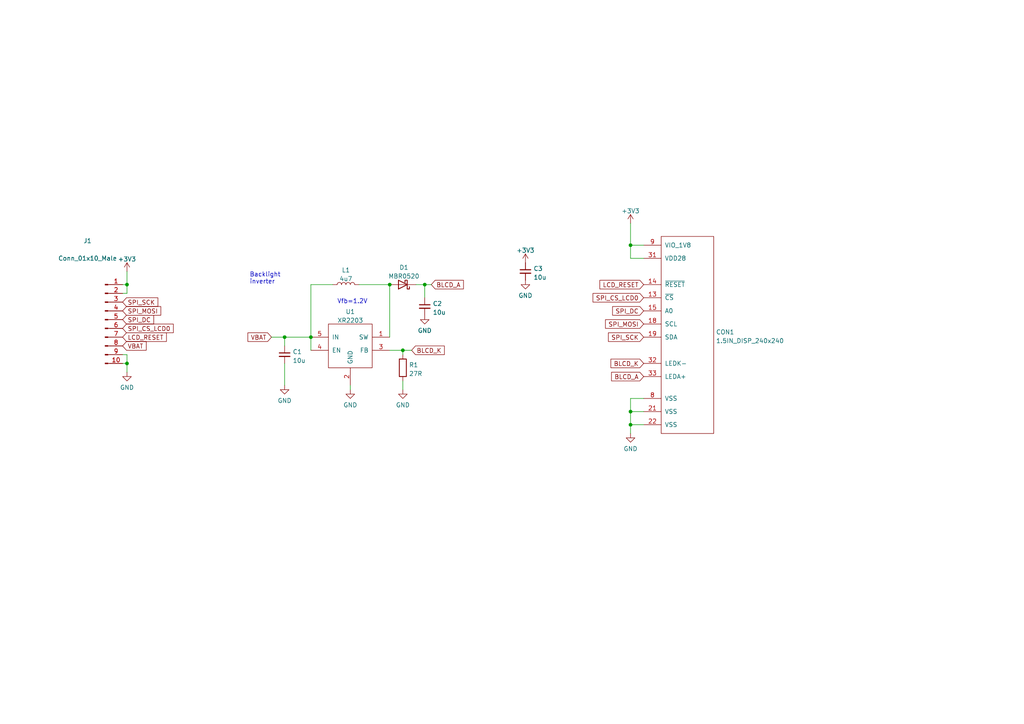
<source format=kicad_sch>
(kicad_sch (version 20211123) (generator eeschema)
  (paper "A4")
  (lib_symbols
    (symbol "Connector:Conn_01x10_Male" (pin_names (offset 1.016) hide)
      (property "Reference" "J" (at 0 12.7 0))
      (property "Value" "Conn_01x10_Male" (at 0 -15.24 0))
      (symbol "Conn_01x10_Male_1_1"
        (polyline (pts (xy 1.27 -12.7) (xy 0.8636 -12.7)) (stroke (width 0.1524)))
        (polyline (pts (xy 1.27 -10.16) (xy 0.8636 -10.16)) (stroke (width 0.1524)))
        (polyline (pts (xy 1.27 -7.62) (xy 0.8636 -7.62)) (stroke (width 0.1524)))
        (polyline (pts (xy 1.27 -5.08) (xy 0.8636 -5.08)) (stroke (width 0.1524)))
        (polyline (pts (xy 1.27 -2.54) (xy 0.8636 -2.54)) (stroke (width 0.1524)))
        (polyline (pts (xy 1.27 0) (xy 0.8636 0)) (stroke (width 0.1524)))
        (polyline (pts (xy 1.27 2.54) (xy 0.8636 2.54)) (stroke (width 0.1524)))
        (polyline (pts (xy 1.27 5.08) (xy 0.8636 5.08)) (stroke (width 0.1524)))
        (polyline (pts (xy 1.27 7.62) (xy 0.8636 7.62)) (stroke (width 0.1524)))
        (polyline (pts (xy 1.27 10.16) (xy 0.8636 10.16)) (stroke (width 0.1524)))
        (rectangle (start 0.8636 -12.573) (end 0 -12.827) (stroke (width 0.1524)) (fill (type outline)))
        (rectangle (start 0.8636 -10.033) (end 0 -10.287) (stroke (width 0.1524)) (fill (type outline)))
        (rectangle (start 0.8636 -7.493) (end 0 -7.747) (stroke (width 0.1524)) (fill (type outline)))
        (rectangle (start 0.8636 -4.953) (end 0 -5.207) (stroke (width 0.1524)) (fill (type outline)))
        (rectangle (start 0.8636 -2.413) (end 0 -2.667) (stroke (width 0.1524)) (fill (type outline)))
        (rectangle (start 0.8636 0.127) (end 0 -0.127) (stroke (width 0.1524)) (fill (type outline)))
        (rectangle (start 0.8636 2.667) (end 0 2.413) (stroke (width 0.1524)) (fill (type outline)))
        (rectangle (start 0.8636 5.207) (end 0 4.953) (stroke (width 0.1524)) (fill (type outline)))
        (rectangle (start 0.8636 7.747) (end 0 7.493) (stroke (width 0.1524)) (fill (type outline)))
        (rectangle (start 0.8636 10.287) (end 0 10.033) (stroke (width 0.1524)) (fill (type outline)))
        (pin passive line (at 5.08 10.16 180) (length 3.81) (name "Pin_1") (number "1"))
        (pin passive line (at 5.08 -12.7 180) (length 3.81) (name "Pin_10") (number "10"))
        (pin passive line (at 5.08 7.62 180) (length 3.81) (name "Pin_2") (number "2"))
        (pin passive line (at 5.08 5.08 180) (length 3.81) (name "Pin_3") (number "3"))
        (pin passive line (at 5.08 2.54 180) (length 3.81) (name "Pin_4") (number "4"))
        (pin passive line (at 5.08 0 180) (length 3.81) (name "Pin_5") (number "5"))
        (pin passive line (at 5.08 -2.54 180) (length 3.81) (name "Pin_6") (number "6"))
        (pin passive line (at 5.08 -5.08 180) (length 3.81) (name "Pin_7") (number "7"))
        (pin passive line (at 5.08 -7.62 180) (length 3.81) (name "Pin_8") (number "8"))
        (pin passive line (at 5.08 -10.16 180) (length 3.81) (name "Pin_9") (number "9"))
      )
    )
    (symbol "Device:C_Small" (pin_numbers hide) (pin_names (offset 0.254) hide)
      (property "Reference" "C" (at 0.254 1.778 0))
      (property "Value" "C_Small" (at 0.254 -2.032 0))
      (symbol "C_Small_0_1"
        (polyline (pts (xy -1.524 -0.508) (xy 1.524 -0.508)) (stroke (width 0.3302)))
        (polyline (pts (xy -1.524 0.508) (xy 1.524 0.508)) (stroke (width 0.3048)))
      )
      (symbol "C_Small_1_1"
        (pin passive line (at 0 2.54 270) (length 2.032) (name "~") (number "1"))
        (pin passive line (at 0 -2.54 90) (length 2.032) (name "~") (number "2"))
      )
    )
    (symbol "Device:L" (pin_numbers hide) (pin_names (offset 1.016) hide)
      (property "Reference" "L" (at -1.27 0 90))
      (property "Value" "L" (at 1.905 0 90))
      (symbol "L_0_1"
        (arc (start 0 -2.54) (mid 0.635 -1.905) (end 0 -1.27))
        (arc (start 0 -1.27) (mid 0.635 -0.635) (end 0 0))
        (arc (start 0 0) (mid 0.635 0.635) (end 0 1.27))
        (arc (start 0 1.27) (mid 0.635 1.905) (end 0 2.54))
      )
      (symbol "L_1_1"
        (pin passive line (at 0 3.81 270) (length 1.27) (name "1") (number "1"))
        (pin passive line (at 0 -3.81 90) (length 1.27) (name "2") (number "2"))
      )
    )
    (symbol "Device:R" (pin_numbers hide) (pin_names (offset 0))
      (property "Reference" "R" (at 2.032 0 90))
      (property "Value" "R" (at 0 0 90))
      (symbol "R_0_1"
        (rectangle (start -1.016 -2.54) (end 1.016 2.54) (stroke (width 0.254)))
      )
      (symbol "R_1_1"
        (pin passive line (at 0 3.81 270) (length 1.27) (name "~") (number "1"))
        (pin passive line (at 0 -3.81 90) (length 1.27) (name "~") (number "2"))
      )
    )
    (symbol "Diode:MBR0520" (pin_numbers hide) (pin_names (offset 1.016) hide)
      (property "Reference" "D" (at 0 2.54 0))
      (property "Value" "MBR0520" (at 0 -2.54 0))
      (symbol "MBR0520_0_1"
        (polyline (pts (xy 1.27 0) (xy -1.27 0)))
        (polyline (pts (xy 1.27 1.27) (xy 1.27 -1.27) (xy -1.27 0) (xy 1.27 1.27)) (stroke (width 0.254)))
        (polyline (pts (xy -1.905 0.635) (xy -1.905 1.27) (xy -1.27 1.27) (xy -1.27 -1.27) (xy -0.635 -1.27) (xy -0.635 -0.635)) (stroke (width 0.254)))
      )
      (symbol "MBR0520_1_1"
        (pin passive line (at -3.81 0 0) (length 2.54) (name "K") (number "1"))
        (pin passive line (at 3.81 0 180) (length 2.54) (name "A") (number "2"))
      )
    )
    (symbol "Jeroens lib:1.5IN_DISP_240x240" (pin_names (offset 1.016))
      (property "Reference" "CON" (at -3.81 20.32 0))
      (property "Value" "1.5IN_DISP_240x240" (at 0 24.13 0))
      (symbol "1.5IN_DISP_240x240_0_1"
        (rectangle (start -6.35 19.05) (end 8.89 -38.1))
      )
      (symbol "1.5IN_DISP_240x240_1_1"
        (pin no_connect line (at 13.97 8.89 180) (length 5.08) hide (name "NC") (number "10"))
        (pin no_connect line (at 13.97 12.7 180) (length 5.08) hide (name "NC") (number "11"))
        (pin no_connect line (at 13.97 16.51 180) (length 5.08) hide (name "NC") (number "12"))
        (pin input line (at -11.43 1.27 0) (length 5.08) (name "~{CS}") (number "13"))
        (pin input line (at -11.43 5.08 0) (length 5.08) (name "~{RESET}") (number "14"))
        (pin input line (at -11.43 -2.54 0) (length 5.08) (name "A0") (number "15"))
        (pin no_connect line (at 13.97 1.27 180) (length 5.08) hide (name "NC") (number "16"))
        (pin no_connect line (at 13.97 5.08 180) (length 5.08) hide (name "NC") (number "17"))
        (pin input line (at -11.43 -6.35 0) (length 5.08) (name "SCL") (number "18"))
        (pin input line (at -11.43 -10.16 0) (length 5.08) (name "SDA") (number "19"))
        (pin no_connect line (at 13.97 -33.02 180) (length 5.08) hide (name "NC") (number "20"))
        (pin power_in line (at -11.43 -31.75 0) (length 5.08) (name "VSS") (number "21"))
        (pin power_in line (at -11.43 -35.56 0) (length 5.08) (name "VSS") (number "22"))
        (pin no_connect line (at 13.97 -29.21 180) (length 5.08) hide (name "NC") (number "23"))
        (pin no_connect line (at 13.97 -25.4 180) (length 5.08) hide (name "NC") (number "24"))
        (pin no_connect line (at 13.97 -21.59 180) (length 5.08) hide (name "NC") (number "25"))
        (pin no_connect line (at 13.97 -17.78 180) (length 5.08) hide (name "NC") (number "26"))
        (pin no_connect line (at 13.97 -13.97 180) (length 5.08) hide (name "NC") (number "27"))
        (pin no_connect line (at 13.97 -10.16 180) (length 5.08) hide (name "NC") (number "28"))
        (pin no_connect line (at 13.97 -6.35 180) (length 5.08) hide (name "NC") (number "29"))
        (pin no_connect line (at 13.97 -2.54 180) (length 5.08) hide (name "NC") (number "30"))
        (pin power_in line (at -11.43 12.7 0) (length 5.08) (name "VDD28") (number "31"))
        (pin passive line (at -11.43 -17.78 0) (length 5.08) (name "LEDK-") (number "32"))
        (pin passive line (at -11.43 -21.59 0) (length 5.08) (name "LEDA+") (number "33"))
        (pin power_in line (at -11.43 -27.94 0) (length 5.08) (name "VSS") (number "8"))
        (pin power_in line (at -11.43 16.51 0) (length 5.08) (name "VIO_1V8") (number "9"))
      )
    )
    (symbol "Jeroens lib:XR2203" (pin_names (offset 1.016))
      (property "Reference" "U" (at -3.81 6.35 0))
      (property "Value" "XR2203" (at 0 3.81 0))
      (symbol "XR2203_0_1"
        (rectangle (start -6.35 5.08) (end 6.35 -7.62))
      )
      (symbol "XR2203_1_1"
        (pin power_out line (at 11.43 1.27 180) (length 5.08) (name "SW") (number "1"))
        (pin power_in line (at 0 -12.7 90) (length 5.08) (name "GND") (number "2"))
        (pin input line (at 11.43 -2.54 180) (length 5.08) (name "FB") (number "3"))
        (pin input line (at -11.43 -2.54 0) (length 5.08) (name "EN") (number "4"))
        (pin power_in line (at -11.43 1.27 0) (length 5.08) (name "IN") (number "5"))
      )
    )
    (symbol "power:+3V3" (power) (pin_names (offset 0))
      (property "Value" "+3V3" (at 0 3.556 0))
      (symbol "+3V3_0_1"
        (polyline (pts (xy -0.762 1.27) (xy 0 2.54)))
        (polyline (pts (xy 0 0) (xy 0 2.54)))
        (polyline (pts (xy 0 2.54) (xy 0.762 1.27)))
      )
      (symbol "+3V3_1_1"
        (pin power_in line (at 0 0 90) (length 0) hide (name "+3V3") (number "1"))
      )
    )
    (symbol "power:GND" (power) (pin_names (offset 0))
      (property "Value" "GND" (at 0 -3.81 0))
      (symbol "GND_0_1"
        (polyline (pts (xy 0 0) (xy 0 -1.27) (xy 1.27 -1.27) (xy 0 -2.54) (xy -1.27 -1.27) (xy 0 -1.27)))
      )
      (symbol "GND_1_1"
        (pin power_in line (at 0 0 270) (length 0) hide (name "GND") (number "1"))
      )
    )
  )
  (junction (at 123.19 82.55))
  (junction (at 82.55 97.79))
  (junction (at 182.88 71.12))
  (junction (at 116.84 101.6))
  (junction (at 36.83 82.55))
  (junction (at 182.88 119.38))
  (junction (at 36.83 105.41))
  (junction (at 182.88 123.19))
  (junction (at 90.17 97.79))
  (junction (at 113.03 82.55))
  (wire (pts (xy 96.52 82.55) (xy 90.17 82.55)))
  (wire (pts (xy 78.74 97.79) (xy 82.55 97.79)))
  (wire (pts (xy 36.83 82.55) (xy 36.83 85.09)))
  (wire (pts (xy 123.19 82.55) (xy 123.19 86.36)))
  (wire (pts (xy 82.55 105.41) (xy 82.55 111.76)))
  (wire (pts (xy 35.56 105.41) (xy 36.83 105.41)))
  (wire (pts (xy 182.88 123.19) (xy 182.88 119.38)))
  (wire (pts (xy 82.55 97.79) (xy 90.17 97.79)))
  (wire (pts (xy 36.83 85.09) (xy 35.56 85.09)))
  (wire (pts (xy 101.6 111.76) (xy 101.6 113.03)))
  (wire (pts (xy 116.84 102.87) (xy 116.84 101.6)))
  (wire (pts (xy 182.88 119.38) (xy 186.69 119.38)))
  (wire (pts (xy 116.84 110.49) (xy 116.84 113.03)))
  (wire (pts (xy 182.88 64.77) (xy 182.88 71.12)))
  (wire (pts (xy 35.56 102.87) (xy 36.83 102.87)))
  (wire (pts (xy 36.83 78.74) (xy 36.83 82.55)))
  (wire (pts (xy 90.17 97.79) (xy 90.17 101.6)))
  (wire (pts (xy 182.88 119.38) (xy 182.88 115.57)))
  (wire (pts (xy 35.56 82.55) (xy 36.83 82.55)))
  (wire (pts (xy 36.83 102.87) (xy 36.83 105.41)))
  (wire (pts (xy 120.65 82.55) (xy 123.19 82.55)))
  (wire (pts (xy 182.88 115.57) (xy 186.69 115.57)))
  (wire (pts (xy 113.03 82.55) (xy 113.03 97.79)))
  (wire (pts (xy 182.88 125.73) (xy 182.88 123.19)))
  (wire (pts (xy 182.88 71.12) (xy 182.88 74.93)))
  (wire (pts (xy 104.14 82.55) (xy 113.03 82.55)))
  (wire (pts (xy 182.88 123.19) (xy 186.69 123.19)))
  (wire (pts (xy 113.03 101.6) (xy 116.84 101.6)))
  (wire (pts (xy 182.88 71.12) (xy 186.69 71.12)))
  (wire (pts (xy 90.17 82.55) (xy 90.17 97.79)))
  (wire (pts (xy 123.19 82.55) (xy 125.095 82.55)))
  (wire (pts (xy 36.83 105.41) (xy 36.83 107.95)))
  (wire (pts (xy 182.88 74.93) (xy 186.69 74.93)))
  (wire (pts (xy 116.84 101.6) (xy 119.38 101.6)))
  (wire (pts (xy 82.55 97.79) (xy 82.55 100.33)))
  (text "Vfb=1.2V" (at 97.79 88.265 0) (effects (font (size 1.27 1.27)) (justify left bottom)))
  (text "Backlight\ninverter" (at 72.39 82.55 0) (effects (font (size 1.27 1.27)) (justify left bottom)))
  (global_label "LCD_RESET" (shape input) (at 186.69 82.55 180) (property "Intersheet References" "${INTERSHEET_REFS}" (effects hide)))
  (global_label "SPI_MOSI" (shape input) (at 186.69 93.98 180) (property "Intersheet References" "${INTERSHEET_REFS}" (effects hide)))
  (global_label "SPI_DC" (shape input) (at 186.69 90.17 180) (property "Intersheet References" "${INTERSHEET_REFS}" (effects hide)))
  (global_label "BLCD_A" (shape input) (at 186.69 109.22 180) (property "Intersheet References" "${INTERSHEET_REFS}" (effects hide)))
  (global_label "VBAT" (shape input) (at 35.56 100.33 0) (property "Intersheet References" "${INTERSHEET_REFS}" (effects hide)))
  (global_label "VBAT" (shape input) (at 78.74 97.79 180) (property "Intersheet References" "${INTERSHEET_REFS}" (effects hide)))
  (global_label "SPI_CS_LCD0" (shape input) (at 186.69 86.36 180) (property "Intersheet References" "${INTERSHEET_REFS}" (effects hide)))
  (global_label "LCD_RESET" (shape input) (at 35.56 97.79 0) (property "Intersheet References" "${INTERSHEET_REFS}" (effects hide)))
  (global_label "SPI_SCK" (shape input) (at 35.56 87.63 0) (property "Intersheet References" "${INTERSHEET_REFS}" (effects hide)))
  (global_label "BLCD_K" (shape input) (at 119.38 101.6 0) (property "Intersheet References" "${INTERSHEET_REFS}" (effects hide)))
  (global_label "SPI_CS_LCD0" (shape input) (at 35.56 95.25 0) (property "Intersheet References" "${INTERSHEET_REFS}" (effects hide)))
  (global_label "BLCD_K" (shape input) (at 186.69 105.41 180) (property "Intersheet References" "${INTERSHEET_REFS}" (effects hide)))
  (global_label "BLCD_A" (shape input) (at 125.095 82.55 0) (property "Intersheet References" "${INTERSHEET_REFS}" (effects hide)))
  (global_label "SPI_MOSI" (shape input) (at 35.56 90.17 0) (property "Intersheet References" "${INTERSHEET_REFS}" (effects hide)))
  (global_label "SPI_SCK" (shape input) (at 186.69 97.79 180) (property "Intersheet References" "${INTERSHEET_REFS}" (effects hide)))
  (global_label "SPI_DC" (shape input) (at 35.56 92.71 0) (property "Intersheet References" "${INTERSHEET_REFS}" (effects hide)))
  (symbol (lib_id "Device:C_Small") (at 123.19 88.9 0) (unit 1)
    (property "Reference" "C2" (at 125.5141 88.0716 0) (effects (justify left)))
    (property "Value" "10u" (at 125.5141 90.6085 0) (effects (justify left)))
    (property "Footprint" "Capacitor_SMD:C_0805_2012Metric" (effects hide))
  )
  (symbol (lib_id "power:GND") (at 101.6 113.03 0) (unit 1)
    (property "Reference" "#PWR0102" (effects hide))
    (property "Value" "~" (at 101.6 117.4734 0))
  )
  (symbol (lib_id "power:GND") (at 123.19 91.44 0) (unit 1)
    (property "Reference" "#PWR0103" (effects hide))
    (property "Value" "GND" (at 123.19 95.8834 0))
  )
  (symbol (lib_id "power:+3V3") (at 36.83 78.74 0) (unit 1)
    (property "Reference" "#PWR0105" (effects hide))
    (property "Value" "+3V3" (at 36.83 75.1642 0))
  )
  (symbol (lib_id "power:+3V3") (at 152.4 76.2 0) (unit 1)
    (property "Reference" "#PWR0109" (effects hide))
    (property "Value" "+3V3" (at 152.4 72.6242 0))
  )
  (symbol (lib_id "power:GND") (at 182.88 125.73 0) (unit 1)
    (property "Reference" "#PWR0108" (effects hide))
    (property "Value" "GND" (at 182.88 130.1734 0))
  )
  (symbol (lib_id "Connector:Conn_01x10_Male") (at 30.48 92.71 0) (unit 1)
    (property "Reference" "J1" (at 25.4 69.85 0))
    (property "Value" "Conn_01x10_Male" (at 25.4 74.93 0))
    (property "Footprint" "Connector_PinSocket_2.54mm:PinSocket_2x05_P2.54mm_Vertical" (effects hide))
  )
  (symbol (lib_id "Device:C_Small") (at 82.55 102.87 0) (unit 1)
    (property "Reference" "C1" (at 84.8741 102.0416 0) (effects (justify left)))
    (property "Value" "10u" (at 84.8741 104.5785 0) (effects (justify left)))
    (property "Footprint" "Capacitor_SMD:C_0805_2012Metric" (effects hide))
  )
  (symbol (lib_id "Diode:MBR0520") (at 116.84 82.55 180) (unit 1)
    (property "Reference" "D1" (at 117.1575 77.5802 0))
    (property "Value" "MBR0520" (at 117.1575 80.1171 0))
    (property "Footprint" "Diode_SMD:D_SOD-123" (effects hide))
    (property "Datasheet" "http://www.mccsemi.com/up_pdf/MBR0520~MBR0580(SOD123).pdf" (effects hide))
  )
  (symbol (lib_id "power:+3V3") (at 182.88 64.77 0) (unit 1)
    (property "Reference" "#PWR0107" (effects hide))
    (property "Value" "+3V3" (at 182.88 61.1942 0))
  )
  (symbol (lib_id "power:GND") (at 36.83 107.95 0) (unit 1)
    (property "Reference" "#PWR0106" (effects hide))
    (property "Value" "GND" (at 36.83 112.3934 0))
  )
  (symbol (lib_id "Jeroens lib:1.5IN_DISP_240x240") (at 198.12 87.63 0) (unit 1)
    (property "Reference" "CON1" (at 207.645 96.3203 0) (effects (justify left)))
    (property "Value" "1.5IN_DISP_240x240" (at 207.645 98.8572 0) (effects (justify left)))
    (property "Footprint" "jeroens_lib:lcd_1.5in_vert_hotbar" (effects hide))
  )
  (symbol (lib_id "Device:C_Small") (at 152.4 78.74 0) (unit 1)
    (property "Reference" "C3" (at 154.7241 77.9116 0) (effects (justify left)))
    (property "Value" "10u" (at 154.7241 80.4485 0) (effects (justify left)))
    (property "Footprint" "Capacitor_SMD:C_0805_2012Metric" (effects hide))
  )
  (symbol (lib_id "Device:R") (at 116.84 106.68 0) (unit 1)
    (property "Reference" "R1" (at 118.618 105.8453 0) (effects (justify left)))
    (property "Value" "27R" (at 118.618 108.3822 0) (effects (justify left)))
    (property "Footprint" "Resistor_SMD:R_0603_1608Metric" (effects hide))
  )
  (symbol (lib_id "power:GND") (at 152.4 81.28 0) (unit 1)
    (property "Reference" "#PWR0110" (effects hide))
    (property "Value" "GND" (at 152.4 85.7234 0))
  )
  (symbol (lib_id "Jeroens lib:XR2203") (at 101.6 99.06 0) (unit 1)
    (property "Reference" "U1" (at 101.6 90.4072 0))
    (property "Value" "XR2203" (at 101.6 92.9441 0))
    (property "Footprint" "Package_TO_SOT_SMD:SOT-23-5" (effects hide))
    (property "Datasheet" "/home/jeroen/pcb/lib-kicad/doc/201331180.PDF" (effects hide))
  )
  (symbol (lib_id "Device:L") (at 100.33 82.55 90) (unit 1)
    (property "Reference" "L1" (at 100.33 78.3422 90))
    (property "Value" "4u7" (at 100.33 80.8791 90))
    (property "Footprint" "Inductor_SMD:L_1008_2520Metric" (effects hide))
  )
  (symbol (lib_id "power:GND") (at 116.84 113.03 0) (unit 1)
    (property "Reference" "#PWR0104" (effects hide))
    (property "Value" "GND" (at 116.84 117.4734 0))
  )
  (symbol (lib_id "power:GND") (at 82.55 111.76 0) (unit 1)
    (property "Reference" "#PWR0101" (effects hide))
    (property "Value" "GND" (at 82.55 116.2034 0))
  )
)
</source>
